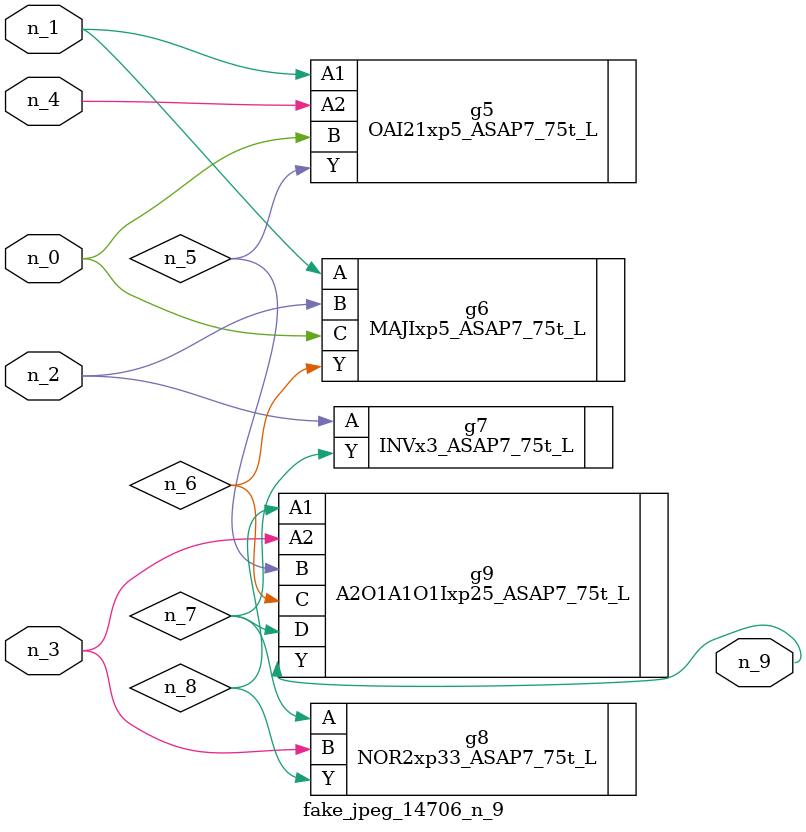
<source format=v>
module fake_jpeg_14706_n_9 (n_3, n_2, n_1, n_0, n_4, n_9);

input n_3;
input n_2;
input n_1;
input n_0;
input n_4;

output n_9;

wire n_8;
wire n_6;
wire n_5;
wire n_7;

OAI21xp5_ASAP7_75t_L g5 ( 
.A1(n_1),
.A2(n_4),
.B(n_0),
.Y(n_5)
);

MAJIxp5_ASAP7_75t_L g6 ( 
.A(n_1),
.B(n_2),
.C(n_0),
.Y(n_6)
);

INVx3_ASAP7_75t_L g7 ( 
.A(n_2),
.Y(n_7)
);

NOR2xp33_ASAP7_75t_L g8 ( 
.A(n_7),
.B(n_3),
.Y(n_8)
);

A2O1A1O1Ixp25_ASAP7_75t_L g9 ( 
.A1(n_8),
.A2(n_3),
.B(n_5),
.C(n_6),
.D(n_7),
.Y(n_9)
);


endmodule
</source>
